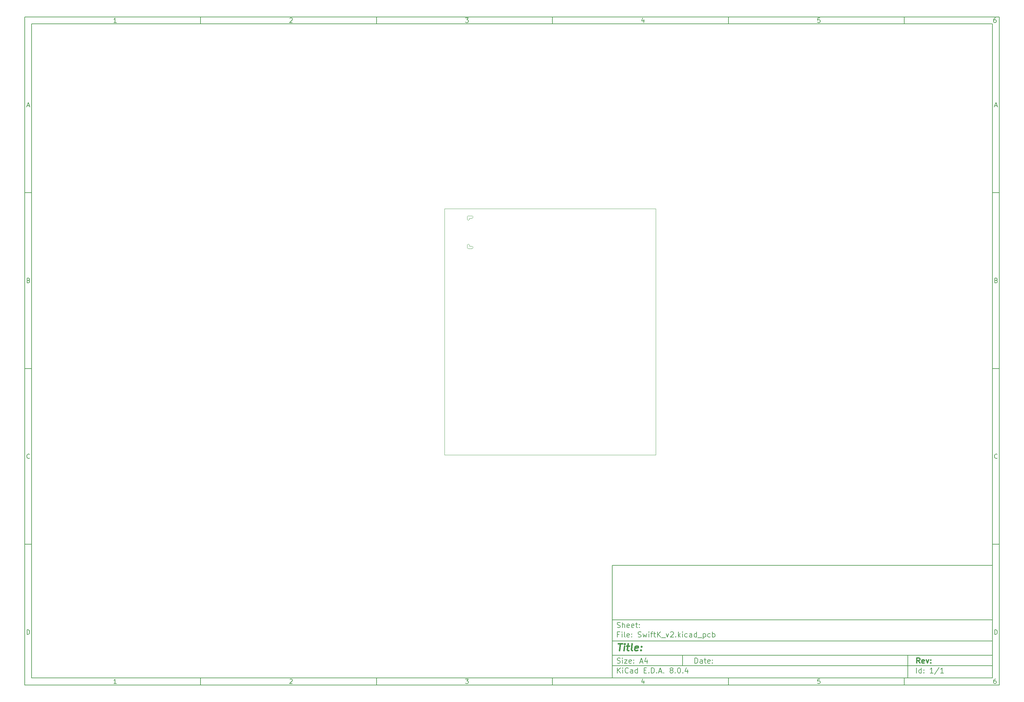
<source format=gbr>
%TF.GenerationSoftware,KiCad,Pcbnew,8.0.4*%
%TF.CreationDate,2024-11-11T17:23:57+08:00*%
%TF.ProjectId,SwiftK_v2,53776966-744b-45f7-9632-2e6b69636164,rev?*%
%TF.SameCoordinates,Original*%
%TF.FileFunction,Profile,NP*%
%FSLAX46Y46*%
G04 Gerber Fmt 4.6, Leading zero omitted, Abs format (unit mm)*
G04 Created by KiCad (PCBNEW 8.0.4) date 2024-11-11 17:23:57*
%MOMM*%
%LPD*%
G01*
G04 APERTURE LIST*
%ADD10C,0.100000*%
%ADD11C,0.150000*%
%ADD12C,0.300000*%
%ADD13C,0.400000*%
%TA.AperFunction,Profile*%
%ADD14C,0.050000*%
%TD*%
%TA.AperFunction,Profile*%
%ADD15C,0.010000*%
%TD*%
G04 APERTURE END LIST*
D10*
D11*
X177002200Y-166007200D02*
X285002200Y-166007200D01*
X285002200Y-198007200D01*
X177002200Y-198007200D01*
X177002200Y-166007200D01*
D10*
D11*
X10000000Y-10000000D02*
X287002200Y-10000000D01*
X287002200Y-200007200D01*
X10000000Y-200007200D01*
X10000000Y-10000000D01*
D10*
D11*
X12000000Y-12000000D02*
X285002200Y-12000000D01*
X285002200Y-198007200D01*
X12000000Y-198007200D01*
X12000000Y-12000000D01*
D10*
D11*
X60000000Y-12000000D02*
X60000000Y-10000000D01*
D10*
D11*
X110000000Y-12000000D02*
X110000000Y-10000000D01*
D10*
D11*
X160000000Y-12000000D02*
X160000000Y-10000000D01*
D10*
D11*
X210000000Y-12000000D02*
X210000000Y-10000000D01*
D10*
D11*
X260000000Y-12000000D02*
X260000000Y-10000000D01*
D10*
D11*
X36089160Y-11593604D02*
X35346303Y-11593604D01*
X35717731Y-11593604D02*
X35717731Y-10293604D01*
X35717731Y-10293604D02*
X35593922Y-10479319D01*
X35593922Y-10479319D02*
X35470112Y-10603128D01*
X35470112Y-10603128D02*
X35346303Y-10665033D01*
D10*
D11*
X85346303Y-10417414D02*
X85408207Y-10355509D01*
X85408207Y-10355509D02*
X85532017Y-10293604D01*
X85532017Y-10293604D02*
X85841541Y-10293604D01*
X85841541Y-10293604D02*
X85965350Y-10355509D01*
X85965350Y-10355509D02*
X86027255Y-10417414D01*
X86027255Y-10417414D02*
X86089160Y-10541223D01*
X86089160Y-10541223D02*
X86089160Y-10665033D01*
X86089160Y-10665033D02*
X86027255Y-10850747D01*
X86027255Y-10850747D02*
X85284398Y-11593604D01*
X85284398Y-11593604D02*
X86089160Y-11593604D01*
D10*
D11*
X135284398Y-10293604D02*
X136089160Y-10293604D01*
X136089160Y-10293604D02*
X135655826Y-10788842D01*
X135655826Y-10788842D02*
X135841541Y-10788842D01*
X135841541Y-10788842D02*
X135965350Y-10850747D01*
X135965350Y-10850747D02*
X136027255Y-10912652D01*
X136027255Y-10912652D02*
X136089160Y-11036461D01*
X136089160Y-11036461D02*
X136089160Y-11345985D01*
X136089160Y-11345985D02*
X136027255Y-11469795D01*
X136027255Y-11469795D02*
X135965350Y-11531700D01*
X135965350Y-11531700D02*
X135841541Y-11593604D01*
X135841541Y-11593604D02*
X135470112Y-11593604D01*
X135470112Y-11593604D02*
X135346303Y-11531700D01*
X135346303Y-11531700D02*
X135284398Y-11469795D01*
D10*
D11*
X185965350Y-10726938D02*
X185965350Y-11593604D01*
X185655826Y-10231700D02*
X185346303Y-11160271D01*
X185346303Y-11160271D02*
X186151064Y-11160271D01*
D10*
D11*
X236027255Y-10293604D02*
X235408207Y-10293604D01*
X235408207Y-10293604D02*
X235346303Y-10912652D01*
X235346303Y-10912652D02*
X235408207Y-10850747D01*
X235408207Y-10850747D02*
X235532017Y-10788842D01*
X235532017Y-10788842D02*
X235841541Y-10788842D01*
X235841541Y-10788842D02*
X235965350Y-10850747D01*
X235965350Y-10850747D02*
X236027255Y-10912652D01*
X236027255Y-10912652D02*
X236089160Y-11036461D01*
X236089160Y-11036461D02*
X236089160Y-11345985D01*
X236089160Y-11345985D02*
X236027255Y-11469795D01*
X236027255Y-11469795D02*
X235965350Y-11531700D01*
X235965350Y-11531700D02*
X235841541Y-11593604D01*
X235841541Y-11593604D02*
X235532017Y-11593604D01*
X235532017Y-11593604D02*
X235408207Y-11531700D01*
X235408207Y-11531700D02*
X235346303Y-11469795D01*
D10*
D11*
X285965350Y-10293604D02*
X285717731Y-10293604D01*
X285717731Y-10293604D02*
X285593922Y-10355509D01*
X285593922Y-10355509D02*
X285532017Y-10417414D01*
X285532017Y-10417414D02*
X285408207Y-10603128D01*
X285408207Y-10603128D02*
X285346303Y-10850747D01*
X285346303Y-10850747D02*
X285346303Y-11345985D01*
X285346303Y-11345985D02*
X285408207Y-11469795D01*
X285408207Y-11469795D02*
X285470112Y-11531700D01*
X285470112Y-11531700D02*
X285593922Y-11593604D01*
X285593922Y-11593604D02*
X285841541Y-11593604D01*
X285841541Y-11593604D02*
X285965350Y-11531700D01*
X285965350Y-11531700D02*
X286027255Y-11469795D01*
X286027255Y-11469795D02*
X286089160Y-11345985D01*
X286089160Y-11345985D02*
X286089160Y-11036461D01*
X286089160Y-11036461D02*
X286027255Y-10912652D01*
X286027255Y-10912652D02*
X285965350Y-10850747D01*
X285965350Y-10850747D02*
X285841541Y-10788842D01*
X285841541Y-10788842D02*
X285593922Y-10788842D01*
X285593922Y-10788842D02*
X285470112Y-10850747D01*
X285470112Y-10850747D02*
X285408207Y-10912652D01*
X285408207Y-10912652D02*
X285346303Y-11036461D01*
D10*
D11*
X60000000Y-198007200D02*
X60000000Y-200007200D01*
D10*
D11*
X110000000Y-198007200D02*
X110000000Y-200007200D01*
D10*
D11*
X160000000Y-198007200D02*
X160000000Y-200007200D01*
D10*
D11*
X210000000Y-198007200D02*
X210000000Y-200007200D01*
D10*
D11*
X260000000Y-198007200D02*
X260000000Y-200007200D01*
D10*
D11*
X36089160Y-199600804D02*
X35346303Y-199600804D01*
X35717731Y-199600804D02*
X35717731Y-198300804D01*
X35717731Y-198300804D02*
X35593922Y-198486519D01*
X35593922Y-198486519D02*
X35470112Y-198610328D01*
X35470112Y-198610328D02*
X35346303Y-198672233D01*
D10*
D11*
X85346303Y-198424614D02*
X85408207Y-198362709D01*
X85408207Y-198362709D02*
X85532017Y-198300804D01*
X85532017Y-198300804D02*
X85841541Y-198300804D01*
X85841541Y-198300804D02*
X85965350Y-198362709D01*
X85965350Y-198362709D02*
X86027255Y-198424614D01*
X86027255Y-198424614D02*
X86089160Y-198548423D01*
X86089160Y-198548423D02*
X86089160Y-198672233D01*
X86089160Y-198672233D02*
X86027255Y-198857947D01*
X86027255Y-198857947D02*
X85284398Y-199600804D01*
X85284398Y-199600804D02*
X86089160Y-199600804D01*
D10*
D11*
X135284398Y-198300804D02*
X136089160Y-198300804D01*
X136089160Y-198300804D02*
X135655826Y-198796042D01*
X135655826Y-198796042D02*
X135841541Y-198796042D01*
X135841541Y-198796042D02*
X135965350Y-198857947D01*
X135965350Y-198857947D02*
X136027255Y-198919852D01*
X136027255Y-198919852D02*
X136089160Y-199043661D01*
X136089160Y-199043661D02*
X136089160Y-199353185D01*
X136089160Y-199353185D02*
X136027255Y-199476995D01*
X136027255Y-199476995D02*
X135965350Y-199538900D01*
X135965350Y-199538900D02*
X135841541Y-199600804D01*
X135841541Y-199600804D02*
X135470112Y-199600804D01*
X135470112Y-199600804D02*
X135346303Y-199538900D01*
X135346303Y-199538900D02*
X135284398Y-199476995D01*
D10*
D11*
X185965350Y-198734138D02*
X185965350Y-199600804D01*
X185655826Y-198238900D02*
X185346303Y-199167471D01*
X185346303Y-199167471D02*
X186151064Y-199167471D01*
D10*
D11*
X236027255Y-198300804D02*
X235408207Y-198300804D01*
X235408207Y-198300804D02*
X235346303Y-198919852D01*
X235346303Y-198919852D02*
X235408207Y-198857947D01*
X235408207Y-198857947D02*
X235532017Y-198796042D01*
X235532017Y-198796042D02*
X235841541Y-198796042D01*
X235841541Y-198796042D02*
X235965350Y-198857947D01*
X235965350Y-198857947D02*
X236027255Y-198919852D01*
X236027255Y-198919852D02*
X236089160Y-199043661D01*
X236089160Y-199043661D02*
X236089160Y-199353185D01*
X236089160Y-199353185D02*
X236027255Y-199476995D01*
X236027255Y-199476995D02*
X235965350Y-199538900D01*
X235965350Y-199538900D02*
X235841541Y-199600804D01*
X235841541Y-199600804D02*
X235532017Y-199600804D01*
X235532017Y-199600804D02*
X235408207Y-199538900D01*
X235408207Y-199538900D02*
X235346303Y-199476995D01*
D10*
D11*
X285965350Y-198300804D02*
X285717731Y-198300804D01*
X285717731Y-198300804D02*
X285593922Y-198362709D01*
X285593922Y-198362709D02*
X285532017Y-198424614D01*
X285532017Y-198424614D02*
X285408207Y-198610328D01*
X285408207Y-198610328D02*
X285346303Y-198857947D01*
X285346303Y-198857947D02*
X285346303Y-199353185D01*
X285346303Y-199353185D02*
X285408207Y-199476995D01*
X285408207Y-199476995D02*
X285470112Y-199538900D01*
X285470112Y-199538900D02*
X285593922Y-199600804D01*
X285593922Y-199600804D02*
X285841541Y-199600804D01*
X285841541Y-199600804D02*
X285965350Y-199538900D01*
X285965350Y-199538900D02*
X286027255Y-199476995D01*
X286027255Y-199476995D02*
X286089160Y-199353185D01*
X286089160Y-199353185D02*
X286089160Y-199043661D01*
X286089160Y-199043661D02*
X286027255Y-198919852D01*
X286027255Y-198919852D02*
X285965350Y-198857947D01*
X285965350Y-198857947D02*
X285841541Y-198796042D01*
X285841541Y-198796042D02*
X285593922Y-198796042D01*
X285593922Y-198796042D02*
X285470112Y-198857947D01*
X285470112Y-198857947D02*
X285408207Y-198919852D01*
X285408207Y-198919852D02*
X285346303Y-199043661D01*
D10*
D11*
X10000000Y-60000000D02*
X12000000Y-60000000D01*
D10*
D11*
X10000000Y-110000000D02*
X12000000Y-110000000D01*
D10*
D11*
X10000000Y-160000000D02*
X12000000Y-160000000D01*
D10*
D11*
X10690476Y-35222176D02*
X11309523Y-35222176D01*
X10566666Y-35593604D02*
X10999999Y-34293604D01*
X10999999Y-34293604D02*
X11433333Y-35593604D01*
D10*
D11*
X11092857Y-84912652D02*
X11278571Y-84974557D01*
X11278571Y-84974557D02*
X11340476Y-85036461D01*
X11340476Y-85036461D02*
X11402380Y-85160271D01*
X11402380Y-85160271D02*
X11402380Y-85345985D01*
X11402380Y-85345985D02*
X11340476Y-85469795D01*
X11340476Y-85469795D02*
X11278571Y-85531700D01*
X11278571Y-85531700D02*
X11154761Y-85593604D01*
X11154761Y-85593604D02*
X10659523Y-85593604D01*
X10659523Y-85593604D02*
X10659523Y-84293604D01*
X10659523Y-84293604D02*
X11092857Y-84293604D01*
X11092857Y-84293604D02*
X11216666Y-84355509D01*
X11216666Y-84355509D02*
X11278571Y-84417414D01*
X11278571Y-84417414D02*
X11340476Y-84541223D01*
X11340476Y-84541223D02*
X11340476Y-84665033D01*
X11340476Y-84665033D02*
X11278571Y-84788842D01*
X11278571Y-84788842D02*
X11216666Y-84850747D01*
X11216666Y-84850747D02*
X11092857Y-84912652D01*
X11092857Y-84912652D02*
X10659523Y-84912652D01*
D10*
D11*
X11402380Y-135469795D02*
X11340476Y-135531700D01*
X11340476Y-135531700D02*
X11154761Y-135593604D01*
X11154761Y-135593604D02*
X11030952Y-135593604D01*
X11030952Y-135593604D02*
X10845238Y-135531700D01*
X10845238Y-135531700D02*
X10721428Y-135407890D01*
X10721428Y-135407890D02*
X10659523Y-135284080D01*
X10659523Y-135284080D02*
X10597619Y-135036461D01*
X10597619Y-135036461D02*
X10597619Y-134850747D01*
X10597619Y-134850747D02*
X10659523Y-134603128D01*
X10659523Y-134603128D02*
X10721428Y-134479319D01*
X10721428Y-134479319D02*
X10845238Y-134355509D01*
X10845238Y-134355509D02*
X11030952Y-134293604D01*
X11030952Y-134293604D02*
X11154761Y-134293604D01*
X11154761Y-134293604D02*
X11340476Y-134355509D01*
X11340476Y-134355509D02*
X11402380Y-134417414D01*
D10*
D11*
X10659523Y-185593604D02*
X10659523Y-184293604D01*
X10659523Y-184293604D02*
X10969047Y-184293604D01*
X10969047Y-184293604D02*
X11154761Y-184355509D01*
X11154761Y-184355509D02*
X11278571Y-184479319D01*
X11278571Y-184479319D02*
X11340476Y-184603128D01*
X11340476Y-184603128D02*
X11402380Y-184850747D01*
X11402380Y-184850747D02*
X11402380Y-185036461D01*
X11402380Y-185036461D02*
X11340476Y-185284080D01*
X11340476Y-185284080D02*
X11278571Y-185407890D01*
X11278571Y-185407890D02*
X11154761Y-185531700D01*
X11154761Y-185531700D02*
X10969047Y-185593604D01*
X10969047Y-185593604D02*
X10659523Y-185593604D01*
D10*
D11*
X287002200Y-60000000D02*
X285002200Y-60000000D01*
D10*
D11*
X287002200Y-110000000D02*
X285002200Y-110000000D01*
D10*
D11*
X287002200Y-160000000D02*
X285002200Y-160000000D01*
D10*
D11*
X285692676Y-35222176D02*
X286311723Y-35222176D01*
X285568866Y-35593604D02*
X286002199Y-34293604D01*
X286002199Y-34293604D02*
X286435533Y-35593604D01*
D10*
D11*
X286095057Y-84912652D02*
X286280771Y-84974557D01*
X286280771Y-84974557D02*
X286342676Y-85036461D01*
X286342676Y-85036461D02*
X286404580Y-85160271D01*
X286404580Y-85160271D02*
X286404580Y-85345985D01*
X286404580Y-85345985D02*
X286342676Y-85469795D01*
X286342676Y-85469795D02*
X286280771Y-85531700D01*
X286280771Y-85531700D02*
X286156961Y-85593604D01*
X286156961Y-85593604D02*
X285661723Y-85593604D01*
X285661723Y-85593604D02*
X285661723Y-84293604D01*
X285661723Y-84293604D02*
X286095057Y-84293604D01*
X286095057Y-84293604D02*
X286218866Y-84355509D01*
X286218866Y-84355509D02*
X286280771Y-84417414D01*
X286280771Y-84417414D02*
X286342676Y-84541223D01*
X286342676Y-84541223D02*
X286342676Y-84665033D01*
X286342676Y-84665033D02*
X286280771Y-84788842D01*
X286280771Y-84788842D02*
X286218866Y-84850747D01*
X286218866Y-84850747D02*
X286095057Y-84912652D01*
X286095057Y-84912652D02*
X285661723Y-84912652D01*
D10*
D11*
X286404580Y-135469795D02*
X286342676Y-135531700D01*
X286342676Y-135531700D02*
X286156961Y-135593604D01*
X286156961Y-135593604D02*
X286033152Y-135593604D01*
X286033152Y-135593604D02*
X285847438Y-135531700D01*
X285847438Y-135531700D02*
X285723628Y-135407890D01*
X285723628Y-135407890D02*
X285661723Y-135284080D01*
X285661723Y-135284080D02*
X285599819Y-135036461D01*
X285599819Y-135036461D02*
X285599819Y-134850747D01*
X285599819Y-134850747D02*
X285661723Y-134603128D01*
X285661723Y-134603128D02*
X285723628Y-134479319D01*
X285723628Y-134479319D02*
X285847438Y-134355509D01*
X285847438Y-134355509D02*
X286033152Y-134293604D01*
X286033152Y-134293604D02*
X286156961Y-134293604D01*
X286156961Y-134293604D02*
X286342676Y-134355509D01*
X286342676Y-134355509D02*
X286404580Y-134417414D01*
D10*
D11*
X285661723Y-185593604D02*
X285661723Y-184293604D01*
X285661723Y-184293604D02*
X285971247Y-184293604D01*
X285971247Y-184293604D02*
X286156961Y-184355509D01*
X286156961Y-184355509D02*
X286280771Y-184479319D01*
X286280771Y-184479319D02*
X286342676Y-184603128D01*
X286342676Y-184603128D02*
X286404580Y-184850747D01*
X286404580Y-184850747D02*
X286404580Y-185036461D01*
X286404580Y-185036461D02*
X286342676Y-185284080D01*
X286342676Y-185284080D02*
X286280771Y-185407890D01*
X286280771Y-185407890D02*
X286156961Y-185531700D01*
X286156961Y-185531700D02*
X285971247Y-185593604D01*
X285971247Y-185593604D02*
X285661723Y-185593604D01*
D10*
D11*
X200458026Y-193793328D02*
X200458026Y-192293328D01*
X200458026Y-192293328D02*
X200815169Y-192293328D01*
X200815169Y-192293328D02*
X201029455Y-192364757D01*
X201029455Y-192364757D02*
X201172312Y-192507614D01*
X201172312Y-192507614D02*
X201243741Y-192650471D01*
X201243741Y-192650471D02*
X201315169Y-192936185D01*
X201315169Y-192936185D02*
X201315169Y-193150471D01*
X201315169Y-193150471D02*
X201243741Y-193436185D01*
X201243741Y-193436185D02*
X201172312Y-193579042D01*
X201172312Y-193579042D02*
X201029455Y-193721900D01*
X201029455Y-193721900D02*
X200815169Y-193793328D01*
X200815169Y-193793328D02*
X200458026Y-193793328D01*
X202600884Y-193793328D02*
X202600884Y-193007614D01*
X202600884Y-193007614D02*
X202529455Y-192864757D01*
X202529455Y-192864757D02*
X202386598Y-192793328D01*
X202386598Y-192793328D02*
X202100884Y-192793328D01*
X202100884Y-192793328D02*
X201958026Y-192864757D01*
X202600884Y-193721900D02*
X202458026Y-193793328D01*
X202458026Y-193793328D02*
X202100884Y-193793328D01*
X202100884Y-193793328D02*
X201958026Y-193721900D01*
X201958026Y-193721900D02*
X201886598Y-193579042D01*
X201886598Y-193579042D02*
X201886598Y-193436185D01*
X201886598Y-193436185D02*
X201958026Y-193293328D01*
X201958026Y-193293328D02*
X202100884Y-193221900D01*
X202100884Y-193221900D02*
X202458026Y-193221900D01*
X202458026Y-193221900D02*
X202600884Y-193150471D01*
X203100884Y-192793328D02*
X203672312Y-192793328D01*
X203315169Y-192293328D02*
X203315169Y-193579042D01*
X203315169Y-193579042D02*
X203386598Y-193721900D01*
X203386598Y-193721900D02*
X203529455Y-193793328D01*
X203529455Y-193793328D02*
X203672312Y-193793328D01*
X204743741Y-193721900D02*
X204600884Y-193793328D01*
X204600884Y-193793328D02*
X204315170Y-193793328D01*
X204315170Y-193793328D02*
X204172312Y-193721900D01*
X204172312Y-193721900D02*
X204100884Y-193579042D01*
X204100884Y-193579042D02*
X204100884Y-193007614D01*
X204100884Y-193007614D02*
X204172312Y-192864757D01*
X204172312Y-192864757D02*
X204315170Y-192793328D01*
X204315170Y-192793328D02*
X204600884Y-192793328D01*
X204600884Y-192793328D02*
X204743741Y-192864757D01*
X204743741Y-192864757D02*
X204815170Y-193007614D01*
X204815170Y-193007614D02*
X204815170Y-193150471D01*
X204815170Y-193150471D02*
X204100884Y-193293328D01*
X205458026Y-193650471D02*
X205529455Y-193721900D01*
X205529455Y-193721900D02*
X205458026Y-193793328D01*
X205458026Y-193793328D02*
X205386598Y-193721900D01*
X205386598Y-193721900D02*
X205458026Y-193650471D01*
X205458026Y-193650471D02*
X205458026Y-193793328D01*
X205458026Y-192864757D02*
X205529455Y-192936185D01*
X205529455Y-192936185D02*
X205458026Y-193007614D01*
X205458026Y-193007614D02*
X205386598Y-192936185D01*
X205386598Y-192936185D02*
X205458026Y-192864757D01*
X205458026Y-192864757D02*
X205458026Y-193007614D01*
D10*
D11*
X177002200Y-194507200D02*
X285002200Y-194507200D01*
D10*
D11*
X178458026Y-196593328D02*
X178458026Y-195093328D01*
X179315169Y-196593328D02*
X178672312Y-195736185D01*
X179315169Y-195093328D02*
X178458026Y-195950471D01*
X179958026Y-196593328D02*
X179958026Y-195593328D01*
X179958026Y-195093328D02*
X179886598Y-195164757D01*
X179886598Y-195164757D02*
X179958026Y-195236185D01*
X179958026Y-195236185D02*
X180029455Y-195164757D01*
X180029455Y-195164757D02*
X179958026Y-195093328D01*
X179958026Y-195093328D02*
X179958026Y-195236185D01*
X181529455Y-196450471D02*
X181458027Y-196521900D01*
X181458027Y-196521900D02*
X181243741Y-196593328D01*
X181243741Y-196593328D02*
X181100884Y-196593328D01*
X181100884Y-196593328D02*
X180886598Y-196521900D01*
X180886598Y-196521900D02*
X180743741Y-196379042D01*
X180743741Y-196379042D02*
X180672312Y-196236185D01*
X180672312Y-196236185D02*
X180600884Y-195950471D01*
X180600884Y-195950471D02*
X180600884Y-195736185D01*
X180600884Y-195736185D02*
X180672312Y-195450471D01*
X180672312Y-195450471D02*
X180743741Y-195307614D01*
X180743741Y-195307614D02*
X180886598Y-195164757D01*
X180886598Y-195164757D02*
X181100884Y-195093328D01*
X181100884Y-195093328D02*
X181243741Y-195093328D01*
X181243741Y-195093328D02*
X181458027Y-195164757D01*
X181458027Y-195164757D02*
X181529455Y-195236185D01*
X182815170Y-196593328D02*
X182815170Y-195807614D01*
X182815170Y-195807614D02*
X182743741Y-195664757D01*
X182743741Y-195664757D02*
X182600884Y-195593328D01*
X182600884Y-195593328D02*
X182315170Y-195593328D01*
X182315170Y-195593328D02*
X182172312Y-195664757D01*
X182815170Y-196521900D02*
X182672312Y-196593328D01*
X182672312Y-196593328D02*
X182315170Y-196593328D01*
X182315170Y-196593328D02*
X182172312Y-196521900D01*
X182172312Y-196521900D02*
X182100884Y-196379042D01*
X182100884Y-196379042D02*
X182100884Y-196236185D01*
X182100884Y-196236185D02*
X182172312Y-196093328D01*
X182172312Y-196093328D02*
X182315170Y-196021900D01*
X182315170Y-196021900D02*
X182672312Y-196021900D01*
X182672312Y-196021900D02*
X182815170Y-195950471D01*
X184172313Y-196593328D02*
X184172313Y-195093328D01*
X184172313Y-196521900D02*
X184029455Y-196593328D01*
X184029455Y-196593328D02*
X183743741Y-196593328D01*
X183743741Y-196593328D02*
X183600884Y-196521900D01*
X183600884Y-196521900D02*
X183529455Y-196450471D01*
X183529455Y-196450471D02*
X183458027Y-196307614D01*
X183458027Y-196307614D02*
X183458027Y-195879042D01*
X183458027Y-195879042D02*
X183529455Y-195736185D01*
X183529455Y-195736185D02*
X183600884Y-195664757D01*
X183600884Y-195664757D02*
X183743741Y-195593328D01*
X183743741Y-195593328D02*
X184029455Y-195593328D01*
X184029455Y-195593328D02*
X184172313Y-195664757D01*
X186029455Y-195807614D02*
X186529455Y-195807614D01*
X186743741Y-196593328D02*
X186029455Y-196593328D01*
X186029455Y-196593328D02*
X186029455Y-195093328D01*
X186029455Y-195093328D02*
X186743741Y-195093328D01*
X187386598Y-196450471D02*
X187458027Y-196521900D01*
X187458027Y-196521900D02*
X187386598Y-196593328D01*
X187386598Y-196593328D02*
X187315170Y-196521900D01*
X187315170Y-196521900D02*
X187386598Y-196450471D01*
X187386598Y-196450471D02*
X187386598Y-196593328D01*
X188100884Y-196593328D02*
X188100884Y-195093328D01*
X188100884Y-195093328D02*
X188458027Y-195093328D01*
X188458027Y-195093328D02*
X188672313Y-195164757D01*
X188672313Y-195164757D02*
X188815170Y-195307614D01*
X188815170Y-195307614D02*
X188886599Y-195450471D01*
X188886599Y-195450471D02*
X188958027Y-195736185D01*
X188958027Y-195736185D02*
X188958027Y-195950471D01*
X188958027Y-195950471D02*
X188886599Y-196236185D01*
X188886599Y-196236185D02*
X188815170Y-196379042D01*
X188815170Y-196379042D02*
X188672313Y-196521900D01*
X188672313Y-196521900D02*
X188458027Y-196593328D01*
X188458027Y-196593328D02*
X188100884Y-196593328D01*
X189600884Y-196450471D02*
X189672313Y-196521900D01*
X189672313Y-196521900D02*
X189600884Y-196593328D01*
X189600884Y-196593328D02*
X189529456Y-196521900D01*
X189529456Y-196521900D02*
X189600884Y-196450471D01*
X189600884Y-196450471D02*
X189600884Y-196593328D01*
X190243742Y-196164757D02*
X190958028Y-196164757D01*
X190100885Y-196593328D02*
X190600885Y-195093328D01*
X190600885Y-195093328D02*
X191100885Y-196593328D01*
X191600884Y-196450471D02*
X191672313Y-196521900D01*
X191672313Y-196521900D02*
X191600884Y-196593328D01*
X191600884Y-196593328D02*
X191529456Y-196521900D01*
X191529456Y-196521900D02*
X191600884Y-196450471D01*
X191600884Y-196450471D02*
X191600884Y-196593328D01*
X193672313Y-195736185D02*
X193529456Y-195664757D01*
X193529456Y-195664757D02*
X193458027Y-195593328D01*
X193458027Y-195593328D02*
X193386599Y-195450471D01*
X193386599Y-195450471D02*
X193386599Y-195379042D01*
X193386599Y-195379042D02*
X193458027Y-195236185D01*
X193458027Y-195236185D02*
X193529456Y-195164757D01*
X193529456Y-195164757D02*
X193672313Y-195093328D01*
X193672313Y-195093328D02*
X193958027Y-195093328D01*
X193958027Y-195093328D02*
X194100885Y-195164757D01*
X194100885Y-195164757D02*
X194172313Y-195236185D01*
X194172313Y-195236185D02*
X194243742Y-195379042D01*
X194243742Y-195379042D02*
X194243742Y-195450471D01*
X194243742Y-195450471D02*
X194172313Y-195593328D01*
X194172313Y-195593328D02*
X194100885Y-195664757D01*
X194100885Y-195664757D02*
X193958027Y-195736185D01*
X193958027Y-195736185D02*
X193672313Y-195736185D01*
X193672313Y-195736185D02*
X193529456Y-195807614D01*
X193529456Y-195807614D02*
X193458027Y-195879042D01*
X193458027Y-195879042D02*
X193386599Y-196021900D01*
X193386599Y-196021900D02*
X193386599Y-196307614D01*
X193386599Y-196307614D02*
X193458027Y-196450471D01*
X193458027Y-196450471D02*
X193529456Y-196521900D01*
X193529456Y-196521900D02*
X193672313Y-196593328D01*
X193672313Y-196593328D02*
X193958027Y-196593328D01*
X193958027Y-196593328D02*
X194100885Y-196521900D01*
X194100885Y-196521900D02*
X194172313Y-196450471D01*
X194172313Y-196450471D02*
X194243742Y-196307614D01*
X194243742Y-196307614D02*
X194243742Y-196021900D01*
X194243742Y-196021900D02*
X194172313Y-195879042D01*
X194172313Y-195879042D02*
X194100885Y-195807614D01*
X194100885Y-195807614D02*
X193958027Y-195736185D01*
X194886598Y-196450471D02*
X194958027Y-196521900D01*
X194958027Y-196521900D02*
X194886598Y-196593328D01*
X194886598Y-196593328D02*
X194815170Y-196521900D01*
X194815170Y-196521900D02*
X194886598Y-196450471D01*
X194886598Y-196450471D02*
X194886598Y-196593328D01*
X195886599Y-195093328D02*
X196029456Y-195093328D01*
X196029456Y-195093328D02*
X196172313Y-195164757D01*
X196172313Y-195164757D02*
X196243742Y-195236185D01*
X196243742Y-195236185D02*
X196315170Y-195379042D01*
X196315170Y-195379042D02*
X196386599Y-195664757D01*
X196386599Y-195664757D02*
X196386599Y-196021900D01*
X196386599Y-196021900D02*
X196315170Y-196307614D01*
X196315170Y-196307614D02*
X196243742Y-196450471D01*
X196243742Y-196450471D02*
X196172313Y-196521900D01*
X196172313Y-196521900D02*
X196029456Y-196593328D01*
X196029456Y-196593328D02*
X195886599Y-196593328D01*
X195886599Y-196593328D02*
X195743742Y-196521900D01*
X195743742Y-196521900D02*
X195672313Y-196450471D01*
X195672313Y-196450471D02*
X195600884Y-196307614D01*
X195600884Y-196307614D02*
X195529456Y-196021900D01*
X195529456Y-196021900D02*
X195529456Y-195664757D01*
X195529456Y-195664757D02*
X195600884Y-195379042D01*
X195600884Y-195379042D02*
X195672313Y-195236185D01*
X195672313Y-195236185D02*
X195743742Y-195164757D01*
X195743742Y-195164757D02*
X195886599Y-195093328D01*
X197029455Y-196450471D02*
X197100884Y-196521900D01*
X197100884Y-196521900D02*
X197029455Y-196593328D01*
X197029455Y-196593328D02*
X196958027Y-196521900D01*
X196958027Y-196521900D02*
X197029455Y-196450471D01*
X197029455Y-196450471D02*
X197029455Y-196593328D01*
X198386599Y-195593328D02*
X198386599Y-196593328D01*
X198029456Y-195021900D02*
X197672313Y-196093328D01*
X197672313Y-196093328D02*
X198600884Y-196093328D01*
D10*
D11*
X177002200Y-191507200D02*
X285002200Y-191507200D01*
D10*
D12*
X264413853Y-193785528D02*
X263913853Y-193071242D01*
X263556710Y-193785528D02*
X263556710Y-192285528D01*
X263556710Y-192285528D02*
X264128139Y-192285528D01*
X264128139Y-192285528D02*
X264270996Y-192356957D01*
X264270996Y-192356957D02*
X264342425Y-192428385D01*
X264342425Y-192428385D02*
X264413853Y-192571242D01*
X264413853Y-192571242D02*
X264413853Y-192785528D01*
X264413853Y-192785528D02*
X264342425Y-192928385D01*
X264342425Y-192928385D02*
X264270996Y-192999814D01*
X264270996Y-192999814D02*
X264128139Y-193071242D01*
X264128139Y-193071242D02*
X263556710Y-193071242D01*
X265628139Y-193714100D02*
X265485282Y-193785528D01*
X265485282Y-193785528D02*
X265199568Y-193785528D01*
X265199568Y-193785528D02*
X265056710Y-193714100D01*
X265056710Y-193714100D02*
X264985282Y-193571242D01*
X264985282Y-193571242D02*
X264985282Y-192999814D01*
X264985282Y-192999814D02*
X265056710Y-192856957D01*
X265056710Y-192856957D02*
X265199568Y-192785528D01*
X265199568Y-192785528D02*
X265485282Y-192785528D01*
X265485282Y-192785528D02*
X265628139Y-192856957D01*
X265628139Y-192856957D02*
X265699568Y-192999814D01*
X265699568Y-192999814D02*
X265699568Y-193142671D01*
X265699568Y-193142671D02*
X264985282Y-193285528D01*
X266199567Y-192785528D02*
X266556710Y-193785528D01*
X266556710Y-193785528D02*
X266913853Y-192785528D01*
X267485281Y-193642671D02*
X267556710Y-193714100D01*
X267556710Y-193714100D02*
X267485281Y-193785528D01*
X267485281Y-193785528D02*
X267413853Y-193714100D01*
X267413853Y-193714100D02*
X267485281Y-193642671D01*
X267485281Y-193642671D02*
X267485281Y-193785528D01*
X267485281Y-192856957D02*
X267556710Y-192928385D01*
X267556710Y-192928385D02*
X267485281Y-192999814D01*
X267485281Y-192999814D02*
X267413853Y-192928385D01*
X267413853Y-192928385D02*
X267485281Y-192856957D01*
X267485281Y-192856957D02*
X267485281Y-192999814D01*
D10*
D11*
X178386598Y-193721900D02*
X178600884Y-193793328D01*
X178600884Y-193793328D02*
X178958026Y-193793328D01*
X178958026Y-193793328D02*
X179100884Y-193721900D01*
X179100884Y-193721900D02*
X179172312Y-193650471D01*
X179172312Y-193650471D02*
X179243741Y-193507614D01*
X179243741Y-193507614D02*
X179243741Y-193364757D01*
X179243741Y-193364757D02*
X179172312Y-193221900D01*
X179172312Y-193221900D02*
X179100884Y-193150471D01*
X179100884Y-193150471D02*
X178958026Y-193079042D01*
X178958026Y-193079042D02*
X178672312Y-193007614D01*
X178672312Y-193007614D02*
X178529455Y-192936185D01*
X178529455Y-192936185D02*
X178458026Y-192864757D01*
X178458026Y-192864757D02*
X178386598Y-192721900D01*
X178386598Y-192721900D02*
X178386598Y-192579042D01*
X178386598Y-192579042D02*
X178458026Y-192436185D01*
X178458026Y-192436185D02*
X178529455Y-192364757D01*
X178529455Y-192364757D02*
X178672312Y-192293328D01*
X178672312Y-192293328D02*
X179029455Y-192293328D01*
X179029455Y-192293328D02*
X179243741Y-192364757D01*
X179886597Y-193793328D02*
X179886597Y-192793328D01*
X179886597Y-192293328D02*
X179815169Y-192364757D01*
X179815169Y-192364757D02*
X179886597Y-192436185D01*
X179886597Y-192436185D02*
X179958026Y-192364757D01*
X179958026Y-192364757D02*
X179886597Y-192293328D01*
X179886597Y-192293328D02*
X179886597Y-192436185D01*
X180458026Y-192793328D02*
X181243741Y-192793328D01*
X181243741Y-192793328D02*
X180458026Y-193793328D01*
X180458026Y-193793328D02*
X181243741Y-193793328D01*
X182386598Y-193721900D02*
X182243741Y-193793328D01*
X182243741Y-193793328D02*
X181958027Y-193793328D01*
X181958027Y-193793328D02*
X181815169Y-193721900D01*
X181815169Y-193721900D02*
X181743741Y-193579042D01*
X181743741Y-193579042D02*
X181743741Y-193007614D01*
X181743741Y-193007614D02*
X181815169Y-192864757D01*
X181815169Y-192864757D02*
X181958027Y-192793328D01*
X181958027Y-192793328D02*
X182243741Y-192793328D01*
X182243741Y-192793328D02*
X182386598Y-192864757D01*
X182386598Y-192864757D02*
X182458027Y-193007614D01*
X182458027Y-193007614D02*
X182458027Y-193150471D01*
X182458027Y-193150471D02*
X181743741Y-193293328D01*
X183100883Y-193650471D02*
X183172312Y-193721900D01*
X183172312Y-193721900D02*
X183100883Y-193793328D01*
X183100883Y-193793328D02*
X183029455Y-193721900D01*
X183029455Y-193721900D02*
X183100883Y-193650471D01*
X183100883Y-193650471D02*
X183100883Y-193793328D01*
X183100883Y-192864757D02*
X183172312Y-192936185D01*
X183172312Y-192936185D02*
X183100883Y-193007614D01*
X183100883Y-193007614D02*
X183029455Y-192936185D01*
X183029455Y-192936185D02*
X183100883Y-192864757D01*
X183100883Y-192864757D02*
X183100883Y-193007614D01*
X184886598Y-193364757D02*
X185600884Y-193364757D01*
X184743741Y-193793328D02*
X185243741Y-192293328D01*
X185243741Y-192293328D02*
X185743741Y-193793328D01*
X186886598Y-192793328D02*
X186886598Y-193793328D01*
X186529455Y-192221900D02*
X186172312Y-193293328D01*
X186172312Y-193293328D02*
X187100883Y-193293328D01*
D10*
D11*
X263458026Y-196593328D02*
X263458026Y-195093328D01*
X264815170Y-196593328D02*
X264815170Y-195093328D01*
X264815170Y-196521900D02*
X264672312Y-196593328D01*
X264672312Y-196593328D02*
X264386598Y-196593328D01*
X264386598Y-196593328D02*
X264243741Y-196521900D01*
X264243741Y-196521900D02*
X264172312Y-196450471D01*
X264172312Y-196450471D02*
X264100884Y-196307614D01*
X264100884Y-196307614D02*
X264100884Y-195879042D01*
X264100884Y-195879042D02*
X264172312Y-195736185D01*
X264172312Y-195736185D02*
X264243741Y-195664757D01*
X264243741Y-195664757D02*
X264386598Y-195593328D01*
X264386598Y-195593328D02*
X264672312Y-195593328D01*
X264672312Y-195593328D02*
X264815170Y-195664757D01*
X265529455Y-196450471D02*
X265600884Y-196521900D01*
X265600884Y-196521900D02*
X265529455Y-196593328D01*
X265529455Y-196593328D02*
X265458027Y-196521900D01*
X265458027Y-196521900D02*
X265529455Y-196450471D01*
X265529455Y-196450471D02*
X265529455Y-196593328D01*
X265529455Y-195664757D02*
X265600884Y-195736185D01*
X265600884Y-195736185D02*
X265529455Y-195807614D01*
X265529455Y-195807614D02*
X265458027Y-195736185D01*
X265458027Y-195736185D02*
X265529455Y-195664757D01*
X265529455Y-195664757D02*
X265529455Y-195807614D01*
X268172313Y-196593328D02*
X267315170Y-196593328D01*
X267743741Y-196593328D02*
X267743741Y-195093328D01*
X267743741Y-195093328D02*
X267600884Y-195307614D01*
X267600884Y-195307614D02*
X267458027Y-195450471D01*
X267458027Y-195450471D02*
X267315170Y-195521900D01*
X269886598Y-195021900D02*
X268600884Y-196950471D01*
X271172313Y-196593328D02*
X270315170Y-196593328D01*
X270743741Y-196593328D02*
X270743741Y-195093328D01*
X270743741Y-195093328D02*
X270600884Y-195307614D01*
X270600884Y-195307614D02*
X270458027Y-195450471D01*
X270458027Y-195450471D02*
X270315170Y-195521900D01*
D10*
D11*
X177002200Y-187507200D02*
X285002200Y-187507200D01*
D10*
D13*
X178693928Y-188211638D02*
X179836785Y-188211638D01*
X179015357Y-190211638D02*
X179265357Y-188211638D01*
X180253452Y-190211638D02*
X180420119Y-188878304D01*
X180503452Y-188211638D02*
X180396309Y-188306876D01*
X180396309Y-188306876D02*
X180479643Y-188402114D01*
X180479643Y-188402114D02*
X180586786Y-188306876D01*
X180586786Y-188306876D02*
X180503452Y-188211638D01*
X180503452Y-188211638D02*
X180479643Y-188402114D01*
X181086786Y-188878304D02*
X181848690Y-188878304D01*
X181455833Y-188211638D02*
X181241548Y-189925923D01*
X181241548Y-189925923D02*
X181312976Y-190116400D01*
X181312976Y-190116400D02*
X181491548Y-190211638D01*
X181491548Y-190211638D02*
X181682024Y-190211638D01*
X182634405Y-190211638D02*
X182455833Y-190116400D01*
X182455833Y-190116400D02*
X182384405Y-189925923D01*
X182384405Y-189925923D02*
X182598690Y-188211638D01*
X184170119Y-190116400D02*
X183967738Y-190211638D01*
X183967738Y-190211638D02*
X183586785Y-190211638D01*
X183586785Y-190211638D02*
X183408214Y-190116400D01*
X183408214Y-190116400D02*
X183336785Y-189925923D01*
X183336785Y-189925923D02*
X183432024Y-189164019D01*
X183432024Y-189164019D02*
X183551071Y-188973542D01*
X183551071Y-188973542D02*
X183753452Y-188878304D01*
X183753452Y-188878304D02*
X184134404Y-188878304D01*
X184134404Y-188878304D02*
X184312976Y-188973542D01*
X184312976Y-188973542D02*
X184384404Y-189164019D01*
X184384404Y-189164019D02*
X184360595Y-189354495D01*
X184360595Y-189354495D02*
X183384404Y-189544971D01*
X185134405Y-190021161D02*
X185217738Y-190116400D01*
X185217738Y-190116400D02*
X185110595Y-190211638D01*
X185110595Y-190211638D02*
X185027262Y-190116400D01*
X185027262Y-190116400D02*
X185134405Y-190021161D01*
X185134405Y-190021161D02*
X185110595Y-190211638D01*
X185265357Y-188973542D02*
X185348690Y-189068780D01*
X185348690Y-189068780D02*
X185241548Y-189164019D01*
X185241548Y-189164019D02*
X185158214Y-189068780D01*
X185158214Y-189068780D02*
X185265357Y-188973542D01*
X185265357Y-188973542D02*
X185241548Y-189164019D01*
D10*
D11*
X178958026Y-185607614D02*
X178458026Y-185607614D01*
X178458026Y-186393328D02*
X178458026Y-184893328D01*
X178458026Y-184893328D02*
X179172312Y-184893328D01*
X179743740Y-186393328D02*
X179743740Y-185393328D01*
X179743740Y-184893328D02*
X179672312Y-184964757D01*
X179672312Y-184964757D02*
X179743740Y-185036185D01*
X179743740Y-185036185D02*
X179815169Y-184964757D01*
X179815169Y-184964757D02*
X179743740Y-184893328D01*
X179743740Y-184893328D02*
X179743740Y-185036185D01*
X180672312Y-186393328D02*
X180529455Y-186321900D01*
X180529455Y-186321900D02*
X180458026Y-186179042D01*
X180458026Y-186179042D02*
X180458026Y-184893328D01*
X181815169Y-186321900D02*
X181672312Y-186393328D01*
X181672312Y-186393328D02*
X181386598Y-186393328D01*
X181386598Y-186393328D02*
X181243740Y-186321900D01*
X181243740Y-186321900D02*
X181172312Y-186179042D01*
X181172312Y-186179042D02*
X181172312Y-185607614D01*
X181172312Y-185607614D02*
X181243740Y-185464757D01*
X181243740Y-185464757D02*
X181386598Y-185393328D01*
X181386598Y-185393328D02*
X181672312Y-185393328D01*
X181672312Y-185393328D02*
X181815169Y-185464757D01*
X181815169Y-185464757D02*
X181886598Y-185607614D01*
X181886598Y-185607614D02*
X181886598Y-185750471D01*
X181886598Y-185750471D02*
X181172312Y-185893328D01*
X182529454Y-186250471D02*
X182600883Y-186321900D01*
X182600883Y-186321900D02*
X182529454Y-186393328D01*
X182529454Y-186393328D02*
X182458026Y-186321900D01*
X182458026Y-186321900D02*
X182529454Y-186250471D01*
X182529454Y-186250471D02*
X182529454Y-186393328D01*
X182529454Y-185464757D02*
X182600883Y-185536185D01*
X182600883Y-185536185D02*
X182529454Y-185607614D01*
X182529454Y-185607614D02*
X182458026Y-185536185D01*
X182458026Y-185536185D02*
X182529454Y-185464757D01*
X182529454Y-185464757D02*
X182529454Y-185607614D01*
X184315169Y-186321900D02*
X184529455Y-186393328D01*
X184529455Y-186393328D02*
X184886597Y-186393328D01*
X184886597Y-186393328D02*
X185029455Y-186321900D01*
X185029455Y-186321900D02*
X185100883Y-186250471D01*
X185100883Y-186250471D02*
X185172312Y-186107614D01*
X185172312Y-186107614D02*
X185172312Y-185964757D01*
X185172312Y-185964757D02*
X185100883Y-185821900D01*
X185100883Y-185821900D02*
X185029455Y-185750471D01*
X185029455Y-185750471D02*
X184886597Y-185679042D01*
X184886597Y-185679042D02*
X184600883Y-185607614D01*
X184600883Y-185607614D02*
X184458026Y-185536185D01*
X184458026Y-185536185D02*
X184386597Y-185464757D01*
X184386597Y-185464757D02*
X184315169Y-185321900D01*
X184315169Y-185321900D02*
X184315169Y-185179042D01*
X184315169Y-185179042D02*
X184386597Y-185036185D01*
X184386597Y-185036185D02*
X184458026Y-184964757D01*
X184458026Y-184964757D02*
X184600883Y-184893328D01*
X184600883Y-184893328D02*
X184958026Y-184893328D01*
X184958026Y-184893328D02*
X185172312Y-184964757D01*
X185672311Y-185393328D02*
X185958026Y-186393328D01*
X185958026Y-186393328D02*
X186243740Y-185679042D01*
X186243740Y-185679042D02*
X186529454Y-186393328D01*
X186529454Y-186393328D02*
X186815168Y-185393328D01*
X187386597Y-186393328D02*
X187386597Y-185393328D01*
X187386597Y-184893328D02*
X187315169Y-184964757D01*
X187315169Y-184964757D02*
X187386597Y-185036185D01*
X187386597Y-185036185D02*
X187458026Y-184964757D01*
X187458026Y-184964757D02*
X187386597Y-184893328D01*
X187386597Y-184893328D02*
X187386597Y-185036185D01*
X187886598Y-185393328D02*
X188458026Y-185393328D01*
X188100883Y-186393328D02*
X188100883Y-185107614D01*
X188100883Y-185107614D02*
X188172312Y-184964757D01*
X188172312Y-184964757D02*
X188315169Y-184893328D01*
X188315169Y-184893328D02*
X188458026Y-184893328D01*
X188743741Y-185393328D02*
X189315169Y-185393328D01*
X188958026Y-184893328D02*
X188958026Y-186179042D01*
X188958026Y-186179042D02*
X189029455Y-186321900D01*
X189029455Y-186321900D02*
X189172312Y-186393328D01*
X189172312Y-186393328D02*
X189315169Y-186393328D01*
X189815169Y-186393328D02*
X189815169Y-184893328D01*
X190672312Y-186393328D02*
X190029455Y-185536185D01*
X190672312Y-184893328D02*
X189815169Y-185750471D01*
X190958027Y-186536185D02*
X192100884Y-186536185D01*
X192315169Y-185393328D02*
X192672312Y-186393328D01*
X192672312Y-186393328D02*
X193029455Y-185393328D01*
X193529455Y-185036185D02*
X193600883Y-184964757D01*
X193600883Y-184964757D02*
X193743741Y-184893328D01*
X193743741Y-184893328D02*
X194100883Y-184893328D01*
X194100883Y-184893328D02*
X194243741Y-184964757D01*
X194243741Y-184964757D02*
X194315169Y-185036185D01*
X194315169Y-185036185D02*
X194386598Y-185179042D01*
X194386598Y-185179042D02*
X194386598Y-185321900D01*
X194386598Y-185321900D02*
X194315169Y-185536185D01*
X194315169Y-185536185D02*
X193458026Y-186393328D01*
X193458026Y-186393328D02*
X194386598Y-186393328D01*
X195029454Y-186250471D02*
X195100883Y-186321900D01*
X195100883Y-186321900D02*
X195029454Y-186393328D01*
X195029454Y-186393328D02*
X194958026Y-186321900D01*
X194958026Y-186321900D02*
X195029454Y-186250471D01*
X195029454Y-186250471D02*
X195029454Y-186393328D01*
X195743740Y-186393328D02*
X195743740Y-184893328D01*
X195886598Y-185821900D02*
X196315169Y-186393328D01*
X196315169Y-185393328D02*
X195743740Y-185964757D01*
X196958026Y-186393328D02*
X196958026Y-185393328D01*
X196958026Y-184893328D02*
X196886598Y-184964757D01*
X196886598Y-184964757D02*
X196958026Y-185036185D01*
X196958026Y-185036185D02*
X197029455Y-184964757D01*
X197029455Y-184964757D02*
X196958026Y-184893328D01*
X196958026Y-184893328D02*
X196958026Y-185036185D01*
X198315170Y-186321900D02*
X198172312Y-186393328D01*
X198172312Y-186393328D02*
X197886598Y-186393328D01*
X197886598Y-186393328D02*
X197743741Y-186321900D01*
X197743741Y-186321900D02*
X197672312Y-186250471D01*
X197672312Y-186250471D02*
X197600884Y-186107614D01*
X197600884Y-186107614D02*
X197600884Y-185679042D01*
X197600884Y-185679042D02*
X197672312Y-185536185D01*
X197672312Y-185536185D02*
X197743741Y-185464757D01*
X197743741Y-185464757D02*
X197886598Y-185393328D01*
X197886598Y-185393328D02*
X198172312Y-185393328D01*
X198172312Y-185393328D02*
X198315170Y-185464757D01*
X199600884Y-186393328D02*
X199600884Y-185607614D01*
X199600884Y-185607614D02*
X199529455Y-185464757D01*
X199529455Y-185464757D02*
X199386598Y-185393328D01*
X199386598Y-185393328D02*
X199100884Y-185393328D01*
X199100884Y-185393328D02*
X198958026Y-185464757D01*
X199600884Y-186321900D02*
X199458026Y-186393328D01*
X199458026Y-186393328D02*
X199100884Y-186393328D01*
X199100884Y-186393328D02*
X198958026Y-186321900D01*
X198958026Y-186321900D02*
X198886598Y-186179042D01*
X198886598Y-186179042D02*
X198886598Y-186036185D01*
X198886598Y-186036185D02*
X198958026Y-185893328D01*
X198958026Y-185893328D02*
X199100884Y-185821900D01*
X199100884Y-185821900D02*
X199458026Y-185821900D01*
X199458026Y-185821900D02*
X199600884Y-185750471D01*
X200958027Y-186393328D02*
X200958027Y-184893328D01*
X200958027Y-186321900D02*
X200815169Y-186393328D01*
X200815169Y-186393328D02*
X200529455Y-186393328D01*
X200529455Y-186393328D02*
X200386598Y-186321900D01*
X200386598Y-186321900D02*
X200315169Y-186250471D01*
X200315169Y-186250471D02*
X200243741Y-186107614D01*
X200243741Y-186107614D02*
X200243741Y-185679042D01*
X200243741Y-185679042D02*
X200315169Y-185536185D01*
X200315169Y-185536185D02*
X200386598Y-185464757D01*
X200386598Y-185464757D02*
X200529455Y-185393328D01*
X200529455Y-185393328D02*
X200815169Y-185393328D01*
X200815169Y-185393328D02*
X200958027Y-185464757D01*
X201315170Y-186536185D02*
X202458027Y-186536185D01*
X202815169Y-185393328D02*
X202815169Y-186893328D01*
X202815169Y-185464757D02*
X202958027Y-185393328D01*
X202958027Y-185393328D02*
X203243741Y-185393328D01*
X203243741Y-185393328D02*
X203386598Y-185464757D01*
X203386598Y-185464757D02*
X203458027Y-185536185D01*
X203458027Y-185536185D02*
X203529455Y-185679042D01*
X203529455Y-185679042D02*
X203529455Y-186107614D01*
X203529455Y-186107614D02*
X203458027Y-186250471D01*
X203458027Y-186250471D02*
X203386598Y-186321900D01*
X203386598Y-186321900D02*
X203243741Y-186393328D01*
X203243741Y-186393328D02*
X202958027Y-186393328D01*
X202958027Y-186393328D02*
X202815169Y-186321900D01*
X204815170Y-186321900D02*
X204672312Y-186393328D01*
X204672312Y-186393328D02*
X204386598Y-186393328D01*
X204386598Y-186393328D02*
X204243741Y-186321900D01*
X204243741Y-186321900D02*
X204172312Y-186250471D01*
X204172312Y-186250471D02*
X204100884Y-186107614D01*
X204100884Y-186107614D02*
X204100884Y-185679042D01*
X204100884Y-185679042D02*
X204172312Y-185536185D01*
X204172312Y-185536185D02*
X204243741Y-185464757D01*
X204243741Y-185464757D02*
X204386598Y-185393328D01*
X204386598Y-185393328D02*
X204672312Y-185393328D01*
X204672312Y-185393328D02*
X204815170Y-185464757D01*
X205458026Y-186393328D02*
X205458026Y-184893328D01*
X205458026Y-185464757D02*
X205600884Y-185393328D01*
X205600884Y-185393328D02*
X205886598Y-185393328D01*
X205886598Y-185393328D02*
X206029455Y-185464757D01*
X206029455Y-185464757D02*
X206100884Y-185536185D01*
X206100884Y-185536185D02*
X206172312Y-185679042D01*
X206172312Y-185679042D02*
X206172312Y-186107614D01*
X206172312Y-186107614D02*
X206100884Y-186250471D01*
X206100884Y-186250471D02*
X206029455Y-186321900D01*
X206029455Y-186321900D02*
X205886598Y-186393328D01*
X205886598Y-186393328D02*
X205600884Y-186393328D01*
X205600884Y-186393328D02*
X205458026Y-186321900D01*
D10*
D11*
X177002200Y-181507200D02*
X285002200Y-181507200D01*
D10*
D11*
X178386598Y-183621900D02*
X178600884Y-183693328D01*
X178600884Y-183693328D02*
X178958026Y-183693328D01*
X178958026Y-183693328D02*
X179100884Y-183621900D01*
X179100884Y-183621900D02*
X179172312Y-183550471D01*
X179172312Y-183550471D02*
X179243741Y-183407614D01*
X179243741Y-183407614D02*
X179243741Y-183264757D01*
X179243741Y-183264757D02*
X179172312Y-183121900D01*
X179172312Y-183121900D02*
X179100884Y-183050471D01*
X179100884Y-183050471D02*
X178958026Y-182979042D01*
X178958026Y-182979042D02*
X178672312Y-182907614D01*
X178672312Y-182907614D02*
X178529455Y-182836185D01*
X178529455Y-182836185D02*
X178458026Y-182764757D01*
X178458026Y-182764757D02*
X178386598Y-182621900D01*
X178386598Y-182621900D02*
X178386598Y-182479042D01*
X178386598Y-182479042D02*
X178458026Y-182336185D01*
X178458026Y-182336185D02*
X178529455Y-182264757D01*
X178529455Y-182264757D02*
X178672312Y-182193328D01*
X178672312Y-182193328D02*
X179029455Y-182193328D01*
X179029455Y-182193328D02*
X179243741Y-182264757D01*
X179886597Y-183693328D02*
X179886597Y-182193328D01*
X180529455Y-183693328D02*
X180529455Y-182907614D01*
X180529455Y-182907614D02*
X180458026Y-182764757D01*
X180458026Y-182764757D02*
X180315169Y-182693328D01*
X180315169Y-182693328D02*
X180100883Y-182693328D01*
X180100883Y-182693328D02*
X179958026Y-182764757D01*
X179958026Y-182764757D02*
X179886597Y-182836185D01*
X181815169Y-183621900D02*
X181672312Y-183693328D01*
X181672312Y-183693328D02*
X181386598Y-183693328D01*
X181386598Y-183693328D02*
X181243740Y-183621900D01*
X181243740Y-183621900D02*
X181172312Y-183479042D01*
X181172312Y-183479042D02*
X181172312Y-182907614D01*
X181172312Y-182907614D02*
X181243740Y-182764757D01*
X181243740Y-182764757D02*
X181386598Y-182693328D01*
X181386598Y-182693328D02*
X181672312Y-182693328D01*
X181672312Y-182693328D02*
X181815169Y-182764757D01*
X181815169Y-182764757D02*
X181886598Y-182907614D01*
X181886598Y-182907614D02*
X181886598Y-183050471D01*
X181886598Y-183050471D02*
X181172312Y-183193328D01*
X183100883Y-183621900D02*
X182958026Y-183693328D01*
X182958026Y-183693328D02*
X182672312Y-183693328D01*
X182672312Y-183693328D02*
X182529454Y-183621900D01*
X182529454Y-183621900D02*
X182458026Y-183479042D01*
X182458026Y-183479042D02*
X182458026Y-182907614D01*
X182458026Y-182907614D02*
X182529454Y-182764757D01*
X182529454Y-182764757D02*
X182672312Y-182693328D01*
X182672312Y-182693328D02*
X182958026Y-182693328D01*
X182958026Y-182693328D02*
X183100883Y-182764757D01*
X183100883Y-182764757D02*
X183172312Y-182907614D01*
X183172312Y-182907614D02*
X183172312Y-183050471D01*
X183172312Y-183050471D02*
X182458026Y-183193328D01*
X183600883Y-182693328D02*
X184172311Y-182693328D01*
X183815168Y-182193328D02*
X183815168Y-183479042D01*
X183815168Y-183479042D02*
X183886597Y-183621900D01*
X183886597Y-183621900D02*
X184029454Y-183693328D01*
X184029454Y-183693328D02*
X184172311Y-183693328D01*
X184672311Y-183550471D02*
X184743740Y-183621900D01*
X184743740Y-183621900D02*
X184672311Y-183693328D01*
X184672311Y-183693328D02*
X184600883Y-183621900D01*
X184600883Y-183621900D02*
X184672311Y-183550471D01*
X184672311Y-183550471D02*
X184672311Y-183693328D01*
X184672311Y-182764757D02*
X184743740Y-182836185D01*
X184743740Y-182836185D02*
X184672311Y-182907614D01*
X184672311Y-182907614D02*
X184600883Y-182836185D01*
X184600883Y-182836185D02*
X184672311Y-182764757D01*
X184672311Y-182764757D02*
X184672311Y-182907614D01*
D10*
D11*
X197002200Y-191507200D02*
X197002200Y-194507200D01*
D10*
D11*
X261002200Y-191507200D02*
X261002200Y-198007200D01*
D14*
X189320000Y-64560000D02*
X129320000Y-64560000D01*
X129320000Y-64560000D02*
X129320000Y-74560000D01*
X189320000Y-134560000D02*
X129320000Y-134560000D01*
X129320000Y-134560000D02*
X129320000Y-64560000D01*
X189320000Y-134560000D02*
X189320000Y-64560000D01*
D15*
%TO.C,J2*%
X135770000Y-67510000D02*
X135770000Y-66910000D01*
X135770000Y-74950000D02*
X135770000Y-75550000D01*
X136095000Y-66585000D02*
X137095000Y-66585000D01*
X136095000Y-75875000D02*
X137095000Y-75875000D01*
X136420000Y-67235000D02*
X136420000Y-67510000D01*
X136420000Y-75225000D02*
X136420000Y-74950000D01*
X137095000Y-67235000D02*
X136420000Y-67235000D01*
X137095000Y-75225000D02*
X136420000Y-75225000D01*
X135770000Y-66910000D02*
G75*
G02*
X136095000Y-66585000I324999J1D01*
G01*
X135770000Y-74950000D02*
G75*
G02*
X136095000Y-74625000I325000J0D01*
G01*
X136095000Y-67835000D02*
G75*
G02*
X135770000Y-67510000I-1J324999D01*
G01*
X136095000Y-74625000D02*
G75*
G02*
X136420000Y-74950000I0J-325000D01*
G01*
X136095000Y-75875000D02*
G75*
G02*
X135770000Y-75550000I0J325000D01*
G01*
X136420000Y-67510000D02*
G75*
G02*
X136095000Y-67835000I-324999J-1D01*
G01*
X137095000Y-66585000D02*
G75*
G02*
X137420000Y-66910000I1J-324999D01*
G01*
X137095000Y-75225000D02*
G75*
G02*
X137420000Y-75550000I0J-325000D01*
G01*
X137420000Y-66910000D02*
G75*
G02*
X137095000Y-67235000I-324999J-1D01*
G01*
X137420000Y-75550000D02*
G75*
G02*
X137095000Y-75875000I-325000J0D01*
G01*
%TD*%
M02*

</source>
